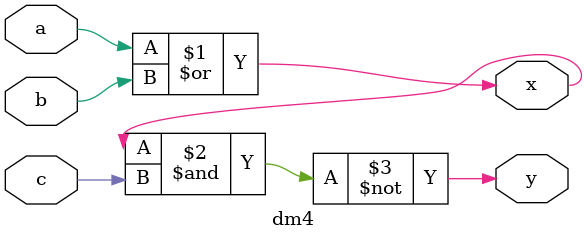
<source format=v>
`timescale 1ns / 1ps

module dm4(
    input a, b, c,
    output x, y
    );

assign x = a|b;
assign y = ~(x&c);
endmodule

</source>
